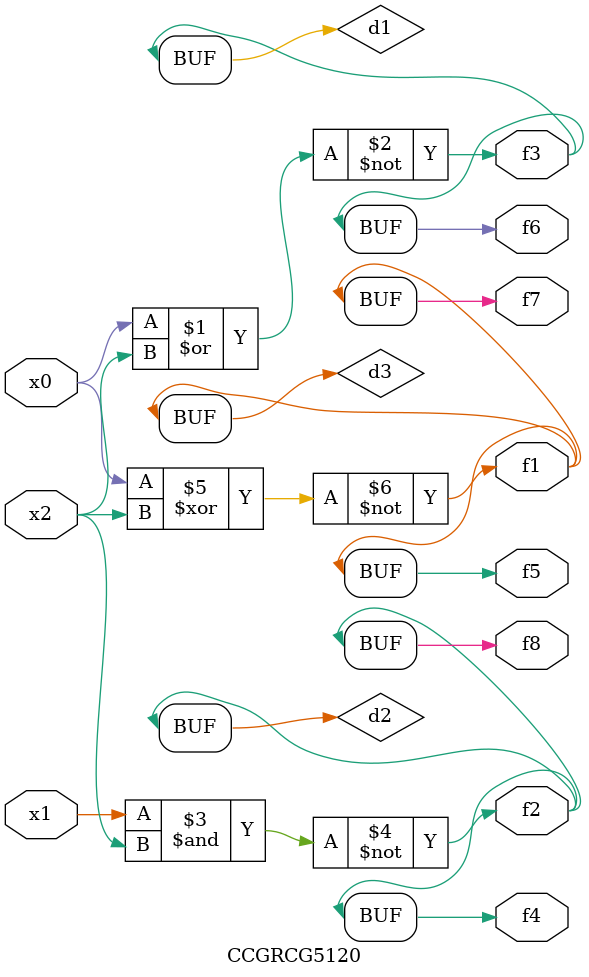
<source format=v>
module CCGRCG5120(
	input x0, x1, x2,
	output f1, f2, f3, f4, f5, f6, f7, f8
);

	wire d1, d2, d3;

	nor (d1, x0, x2);
	nand (d2, x1, x2);
	xnor (d3, x0, x2);
	assign f1 = d3;
	assign f2 = d2;
	assign f3 = d1;
	assign f4 = d2;
	assign f5 = d3;
	assign f6 = d1;
	assign f7 = d3;
	assign f8 = d2;
endmodule

</source>
